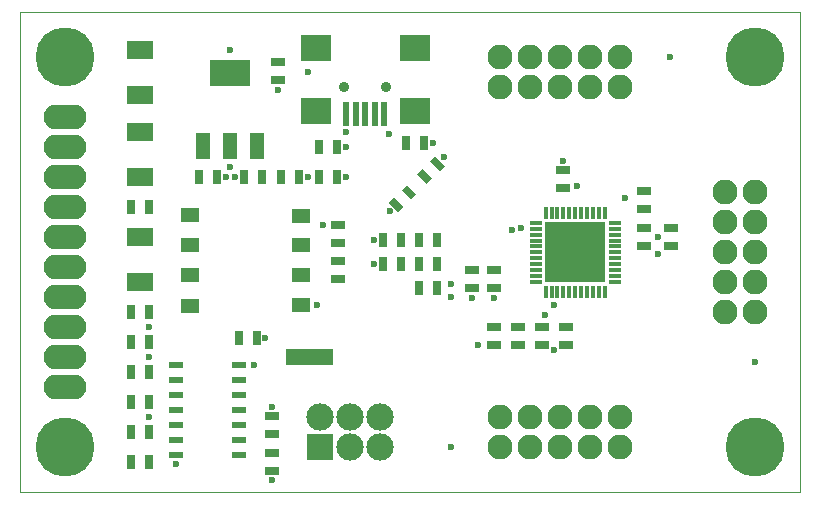
<source format=gts>
%TF.FileFunction,Soldermask,Top*%
%FSLAX46Y46*%
G04 Gerber Fmt 4.6, Leading zero omitted, Abs format (unit mm)*
G04 Created by KiCad (PCBNEW (2014-09-08 BZR 5122)-product) date Wed 17 Dec 2014 07:33:54 PM CET*
%MOMM*%
G01*
G04 APERTURE LIST*
%ADD10C,0.020000*%
%ADD11C,0.100000*%
%ADD12R,1.400000X1.400000*%
%ADD13R,2.327200X2.327200*%
%ADD14O,2.327200X2.327200*%
%ADD15C,2.106220*%
%ADD16R,1.200000X2.200000*%
%ADD17R,3.500000X2.200000*%
%ADD18C,5.000000*%
%ADD19R,1.524000X1.270000*%
%ADD20R,0.635000X1.143000*%
%ADD21R,1.143000X0.635000*%
%ADD22O,3.614980X2.106220*%
%ADD23R,1.100000X0.300000*%
%ADD24R,0.300000X1.100000*%
%ADD25R,5.200000X5.200000*%
%ADD26R,1.300000X0.600000*%
%ADD27C,0.900000*%
%ADD28R,0.500000X2.000000*%
%ADD29R,2.500000X2.200000*%
%ADD30R,2.199640X1.600200*%
%ADD31C,0.600000*%
G04 APERTURE END LIST*
D10*
D11*
X66040000Y0D02*
X0Y0D01*
X0Y40640000D02*
X66040000Y40640000D01*
X0Y40640000D02*
X0Y0D01*
X66040000Y0D02*
X66040000Y40640000D01*
D12*
X24511000Y11430000D03*
X23211000Y11430000D03*
X25811000Y11430000D03*
D13*
X25400000Y3810000D03*
D14*
X25400000Y6350000D03*
X27940000Y3810000D03*
X27940000Y6350000D03*
X30480000Y3810000D03*
X30480000Y6350000D03*
D15*
X40640000Y3810000D03*
X40640000Y6350000D03*
X43180000Y3810000D03*
X43180000Y6350000D03*
X45720000Y3810000D03*
X45720000Y6350000D03*
X48260000Y3810000D03*
X48260000Y6350000D03*
X50800000Y3810000D03*
X50800000Y6350000D03*
X62230000Y15240000D03*
X59690000Y15240000D03*
X62230000Y17780000D03*
X59690000Y17780000D03*
X62230000Y20320000D03*
X59690000Y20320000D03*
X62230000Y22860000D03*
X59690000Y22860000D03*
X62230000Y25400000D03*
X59690000Y25400000D03*
X50800000Y36830000D03*
X50800000Y34290000D03*
X48260000Y36830000D03*
X48260000Y34290000D03*
X45720000Y36830000D03*
X45720000Y34290000D03*
X43180000Y36830000D03*
X43180000Y34290000D03*
X40640000Y36830000D03*
X40640000Y34290000D03*
D16*
X15480000Y29285000D03*
X17780000Y29285000D03*
X20080000Y29285000D03*
D17*
X17780000Y35485000D03*
D18*
X3810000Y36830000D03*
X3810000Y3810000D03*
X62230000Y3810000D03*
X62230000Y36830000D03*
D19*
X14351000Y23495000D03*
X14351000Y20955000D03*
X14351000Y18415000D03*
X14351000Y15748000D03*
X23749000Y15875000D03*
X23749000Y18415000D03*
X23749000Y20955000D03*
X23749000Y23368000D03*
D20*
X15113000Y26670000D03*
X16637000Y26670000D03*
X22098000Y26670000D03*
X23622000Y26670000D03*
X18542000Y13081000D03*
X20066000Y13081000D03*
X20447000Y26670000D03*
X18923000Y26670000D03*
D21*
X21844000Y36449000D03*
X21844000Y34925000D03*
D20*
X26797000Y29210000D03*
X25273000Y29210000D03*
D21*
X52832000Y22352000D03*
X52832000Y20828000D03*
X40132000Y18796000D03*
X40132000Y17272000D03*
X45974000Y25781000D03*
X45974000Y27305000D03*
X46228000Y13970000D03*
X46228000Y12446000D03*
X44196000Y13970000D03*
X44196000Y12446000D03*
X38227000Y18796000D03*
X38227000Y17272000D03*
X21336000Y3302000D03*
X21336000Y1778000D03*
D10*
G36*
X32025790Y23724567D02*
X31217567Y24532790D01*
X31666580Y24981803D01*
X32474803Y24173580D01*
X32025790Y23724567D01*
X32025790Y23724567D01*
G37*
G36*
X33103420Y24802197D02*
X32295197Y25610420D01*
X32744210Y26059433D01*
X33552433Y25251210D01*
X33103420Y24802197D01*
X33103420Y24802197D01*
G37*
G36*
X35157210Y28472433D02*
X35965433Y27664210D01*
X35516420Y27215197D01*
X34708197Y28023420D01*
X35157210Y28472433D01*
X35157210Y28472433D01*
G37*
G36*
X34079580Y27394803D02*
X34887803Y26586580D01*
X34438790Y26137567D01*
X33630567Y26945790D01*
X34079580Y27394803D01*
X34079580Y27394803D01*
G37*
D20*
X34163000Y29591000D03*
X32639000Y29591000D03*
X32258000Y21336000D03*
X30734000Y21336000D03*
X32258000Y19304000D03*
X30734000Y19304000D03*
D21*
X42164000Y12446000D03*
X42164000Y13970000D03*
D20*
X33782000Y17272000D03*
X35306000Y17272000D03*
D21*
X21336000Y6477000D03*
X21336000Y4953000D03*
D20*
X10922000Y15240000D03*
X9398000Y15240000D03*
X10922000Y12700000D03*
X9398000Y12700000D03*
X10922000Y10160000D03*
X9398000Y10160000D03*
X10922000Y7620000D03*
X9398000Y7620000D03*
X10922000Y5080000D03*
X9398000Y5080000D03*
X10922000Y2540000D03*
X9398000Y2540000D03*
X10922000Y24130000D03*
X9398000Y24130000D03*
D21*
X26924000Y18034000D03*
X26924000Y19558000D03*
X40132000Y12446000D03*
X40132000Y13970000D03*
D20*
X25273000Y26670000D03*
X26797000Y26670000D03*
X35306000Y21336000D03*
X33782000Y21336000D03*
X35306000Y19304000D03*
X33782000Y19304000D03*
D21*
X26924000Y22606000D03*
X26924000Y21082000D03*
D22*
X3810000Y26670000D03*
X3810000Y24130000D03*
X3810000Y21590000D03*
X3810000Y19050000D03*
X3810000Y16510000D03*
X3810000Y13970000D03*
X3810000Y11430000D03*
X3810000Y8890000D03*
X3810000Y31750000D03*
X3810000Y29210000D03*
D23*
X50340000Y17820000D03*
X50340000Y18320000D03*
X50340000Y18820000D03*
X50340000Y19320000D03*
X50340000Y19820000D03*
X50340000Y20320000D03*
X50340000Y20820000D03*
X50340000Y21320000D03*
X50340000Y21820000D03*
X50340000Y22320000D03*
X50340000Y22820000D03*
D24*
X49490000Y23670000D03*
X48990000Y23670000D03*
X48490000Y23670000D03*
X47990000Y23670000D03*
X47490000Y23670000D03*
X46990000Y23670000D03*
X46490000Y23670000D03*
X45990000Y23670000D03*
X45490000Y23670000D03*
X44990000Y23670000D03*
X44490000Y23670000D03*
D23*
X43640000Y22820000D03*
X43640000Y22320000D03*
X43640000Y21820000D03*
X43640000Y21320000D03*
X43640000Y20820000D03*
X43640000Y20320000D03*
X43640000Y19820000D03*
X43640000Y19320000D03*
X43640000Y18820000D03*
X43640000Y18320000D03*
X43640000Y17820000D03*
D24*
X44490000Y16970000D03*
X44990000Y16970000D03*
X45490000Y16970000D03*
X45990000Y16970000D03*
X46490000Y16970000D03*
X46990000Y16970000D03*
X47490000Y16970000D03*
X47990000Y16970000D03*
X48490000Y16970000D03*
X48990000Y16970000D03*
X49490000Y16970000D03*
D25*
X46990000Y20320000D03*
D26*
X13225000Y10795000D03*
X13225000Y9525000D03*
X13225000Y8255000D03*
X13225000Y6985000D03*
X13225000Y5715000D03*
X13225000Y4445000D03*
X13225000Y3175000D03*
X18525000Y3175000D03*
X18525000Y4445000D03*
X18525000Y6985000D03*
X18525000Y8255000D03*
X18525000Y9525000D03*
X18525000Y10795000D03*
X18525000Y5715000D03*
D21*
X52832000Y25527000D03*
X52832000Y24003000D03*
X55118000Y20828000D03*
X55118000Y22352000D03*
D27*
X27460000Y34290000D03*
X30960000Y34290000D03*
D28*
X29210000Y32040000D03*
X30810000Y32040000D03*
X30010000Y32040000D03*
X28410000Y32040000D03*
X27610000Y32040000D03*
D29*
X33410000Y32290000D03*
X25010000Y32290000D03*
X25010000Y37590000D03*
X33410000Y37590000D03*
D30*
X10160000Y30474920D03*
X10160000Y26675080D03*
X10160000Y37459920D03*
X10160000Y33660080D03*
X10160000Y17785080D03*
X10160000Y21584920D03*
D31*
X54991000Y36830000D03*
X62230000Y11049000D03*
X36449000Y3810000D03*
X21336000Y1016000D03*
X13208000Y2413000D03*
X20701000Y13081000D03*
X45212000Y12065000D03*
X27622500Y29210000D03*
X27622500Y26670000D03*
X17780000Y27559000D03*
X17399000Y26670000D03*
X18161000Y26670000D03*
X27622500Y30480000D03*
X21844000Y34036000D03*
X38227000Y16446500D03*
X40132000Y16446500D03*
X17780000Y37465000D03*
X25146000Y15875000D03*
X24384000Y26670000D03*
X34925000Y29591000D03*
X35864800Y28397200D03*
X31292800Y23825200D03*
X29972000Y21336000D03*
X29972000Y19304000D03*
X25654000Y22606000D03*
X45974000Y28067000D03*
X53975000Y20193000D03*
X31242000Y30353000D03*
X24384000Y35560000D03*
X42418000Y22352000D03*
X41656000Y22225000D03*
X45212000Y15875000D03*
X44450000Y14986000D03*
X21336000Y7239000D03*
X19812000Y10795000D03*
X10922000Y11430000D03*
X10922000Y6350000D03*
X10922000Y13970000D03*
X36449000Y17653000D03*
X38735000Y12446000D03*
X36449000Y16510000D03*
X47117000Y25908000D03*
X53975000Y21590000D03*
X51181000Y24892000D03*
M02*

</source>
